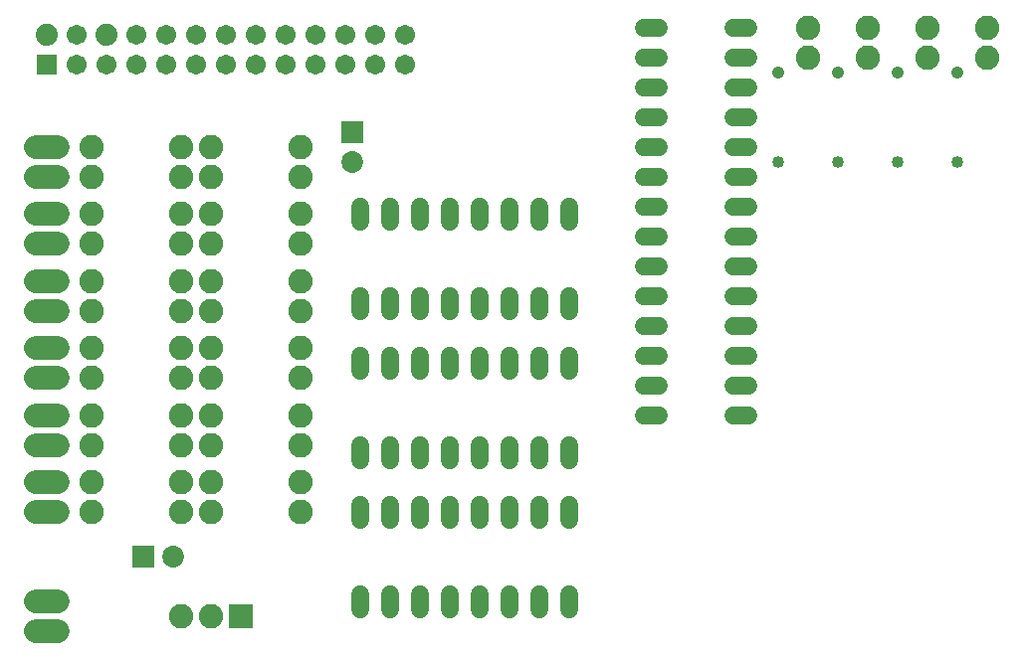
<source format=gts>
G75*
%MOIN*%
%OFA0B0*%
%FSLAX24Y24*%
%IPPOS*%
%LPD*%
%AMOC8*
5,1,8,0,0,1.08239X$1,22.5*
%
%ADD10R,0.0674X0.0674*%
%ADD11C,0.0740*%
%ADD12C,0.0674*%
%ADD13C,0.0600*%
%ADD14C,0.0789*%
%ADD15C,0.0820*%
%ADD16R,0.0820X0.0820*%
%ADD17C,0.0400*%
%ADD18C,0.0412*%
%ADD19R,0.0730X0.0730*%
%ADD20C,0.0730*%
D10*
X006960Y020558D03*
D11*
X006960Y021558D03*
X008960Y021558D03*
D12*
X009960Y021558D03*
X010960Y021558D03*
X011960Y021558D03*
X012960Y021558D03*
X013960Y021558D03*
X014960Y021558D03*
X015960Y021558D03*
X016960Y021558D03*
X017960Y021558D03*
X018960Y021558D03*
X018960Y020558D03*
X017960Y020558D03*
X016960Y020558D03*
X015960Y020558D03*
X014960Y020558D03*
X013960Y020558D03*
X012960Y020558D03*
X011960Y020558D03*
X010960Y020558D03*
X009960Y020558D03*
X008960Y020558D03*
X007960Y020558D03*
X007960Y021558D03*
D13*
X017460Y015818D02*
X017460Y015298D01*
X018460Y015298D02*
X018460Y015818D01*
X019460Y015818D02*
X019460Y015298D01*
X020460Y015298D02*
X020460Y015818D01*
X021460Y015818D02*
X021460Y015298D01*
X022460Y015298D02*
X022460Y015818D01*
X023460Y015818D02*
X023460Y015298D01*
X024460Y015298D02*
X024460Y015818D01*
X026950Y015808D02*
X027470Y015808D01*
X027470Y014808D02*
X026950Y014808D01*
X026950Y013808D02*
X027470Y013808D01*
X027470Y012808D02*
X026950Y012808D01*
X026950Y011808D02*
X027470Y011808D01*
X027470Y010808D02*
X026950Y010808D01*
X026950Y009808D02*
X027470Y009808D01*
X027470Y008808D02*
X026950Y008808D01*
X024460Y007818D02*
X024460Y007298D01*
X023460Y007298D02*
X023460Y007818D01*
X022460Y007818D02*
X022460Y007298D01*
X021460Y007298D02*
X021460Y007818D01*
X020460Y007818D02*
X020460Y007298D01*
X019460Y007298D02*
X019460Y007818D01*
X018460Y007818D02*
X018460Y007298D01*
X017460Y007298D02*
X017460Y007818D01*
X017460Y005818D02*
X017460Y005298D01*
X018460Y005298D02*
X018460Y005818D01*
X019460Y005818D02*
X019460Y005298D01*
X020460Y005298D02*
X020460Y005818D01*
X021460Y005818D02*
X021460Y005298D01*
X022460Y005298D02*
X022460Y005818D01*
X023460Y005818D02*
X023460Y005298D01*
X024460Y005298D02*
X024460Y005818D01*
X024460Y002818D02*
X024460Y002298D01*
X023460Y002298D02*
X023460Y002818D01*
X022460Y002818D02*
X022460Y002298D01*
X021460Y002298D02*
X021460Y002818D01*
X020460Y002818D02*
X020460Y002298D01*
X019460Y002298D02*
X019460Y002818D01*
X018460Y002818D02*
X018460Y002298D01*
X017460Y002298D02*
X017460Y002818D01*
X017460Y010298D02*
X017460Y010818D01*
X018460Y010818D02*
X018460Y010298D01*
X019460Y010298D02*
X019460Y010818D01*
X020460Y010818D02*
X020460Y010298D01*
X021460Y010298D02*
X021460Y010818D01*
X022460Y010818D02*
X022460Y010298D01*
X023460Y010298D02*
X023460Y010818D01*
X024460Y010818D02*
X024460Y010298D01*
X024460Y012298D02*
X024460Y012818D01*
X023460Y012818D02*
X023460Y012298D01*
X022460Y012298D02*
X022460Y012818D01*
X021460Y012818D02*
X021460Y012298D01*
X020460Y012298D02*
X020460Y012818D01*
X019460Y012818D02*
X019460Y012298D01*
X018460Y012298D02*
X018460Y012818D01*
X017460Y012818D02*
X017460Y012298D01*
X026950Y016808D02*
X027470Y016808D01*
X027470Y017808D02*
X026950Y017808D01*
X026950Y018808D02*
X027470Y018808D01*
X027470Y019808D02*
X026950Y019808D01*
X026950Y020808D02*
X027470Y020808D01*
X027470Y021808D02*
X026950Y021808D01*
X029950Y021808D02*
X030470Y021808D01*
X030470Y020808D02*
X029950Y020808D01*
X029950Y019808D02*
X030470Y019808D01*
X030470Y018808D02*
X029950Y018808D01*
X029950Y017808D02*
X030470Y017808D01*
X030470Y016808D02*
X029950Y016808D01*
X029950Y015808D02*
X030470Y015808D01*
X030470Y014808D02*
X029950Y014808D01*
X029950Y013808D02*
X030470Y013808D01*
X030470Y012808D02*
X029950Y012808D01*
X029950Y011808D02*
X030470Y011808D01*
X030470Y010808D02*
X029950Y010808D01*
X029950Y009808D02*
X030470Y009808D01*
X030470Y008808D02*
X029950Y008808D01*
D14*
X007315Y001558D02*
X006606Y001558D01*
X006606Y002558D02*
X007315Y002558D01*
X007315Y005558D02*
X006606Y005558D01*
X006606Y006558D02*
X007315Y006558D01*
X007315Y007808D02*
X006606Y007808D01*
X006606Y008808D02*
X007315Y008808D01*
X007315Y010058D02*
X006606Y010058D01*
X006606Y011058D02*
X007315Y011058D01*
X007315Y012308D02*
X006606Y012308D01*
X006606Y013308D02*
X007315Y013308D01*
X007315Y014558D02*
X006606Y014558D01*
X006606Y015558D02*
X007315Y015558D01*
X007315Y016808D02*
X006606Y016808D01*
X006606Y017808D02*
X007315Y017808D01*
D15*
X008460Y017808D03*
X008460Y016808D03*
X008460Y015558D03*
X008460Y014558D03*
X008460Y013308D03*
X008460Y012308D03*
X008460Y011058D03*
X008460Y010058D03*
X008460Y008808D03*
X008460Y007808D03*
X008460Y006558D03*
X008460Y005558D03*
X011460Y005558D03*
X012460Y005558D03*
X012460Y006558D03*
X011460Y006558D03*
X011460Y007808D03*
X012460Y007808D03*
X012460Y008808D03*
X011460Y008808D03*
X011460Y010058D03*
X012460Y010058D03*
X012460Y011058D03*
X011460Y011058D03*
X011460Y012308D03*
X012460Y012308D03*
X012460Y013308D03*
X011460Y013308D03*
X011460Y014558D03*
X012460Y014558D03*
X012460Y015558D03*
X011460Y015558D03*
X011460Y016808D03*
X012460Y016808D03*
X012460Y017808D03*
X011460Y017808D03*
X015460Y017808D03*
X015460Y016808D03*
X015460Y015558D03*
X015460Y014558D03*
X015460Y013308D03*
X015460Y012308D03*
X015460Y011058D03*
X015460Y010058D03*
X015460Y008808D03*
X015460Y007808D03*
X015460Y006558D03*
X015460Y005558D03*
X012460Y002058D03*
X011460Y002058D03*
X032460Y020808D03*
X032460Y021808D03*
X034460Y021808D03*
X034460Y020808D03*
X036460Y020808D03*
X036460Y021808D03*
X038460Y021808D03*
X038460Y020808D03*
D16*
X013460Y002058D03*
D17*
X031460Y017308D03*
X033460Y017308D03*
X035460Y017308D03*
X037460Y017308D03*
D18*
X037460Y020308D03*
X035460Y020308D03*
X033460Y020308D03*
X031460Y020308D03*
D19*
X017210Y018308D03*
X010210Y004058D03*
D20*
X011210Y004058D03*
X017210Y017308D03*
M02*

</source>
